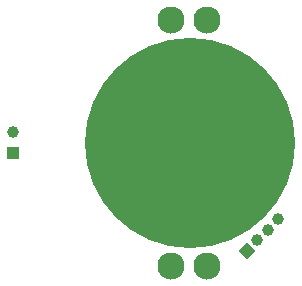
<source format=gbl>
G04 Layer_Physical_Order=2*
G04 Layer_Color=16711680*
%FSLAX25Y25*%
%MOIN*%
G70*
G01*
G75*
%ADD24C,0.09055*%
%ADD25C,0.03961*%
%ADD26R,0.03961X0.03959*%
G04:AMPARAMS|DCode=27|XSize=39.59mil|YSize=39.61mil|CornerRadius=0mil|HoleSize=0mil|Usage=FLASHONLY|Rotation=45.000|XOffset=0mil|YOffset=0mil|HoleType=Round|Shape=Rectangle|*
%AMROTATEDRECTD27*
4,1,4,0.00001,-0.02800,-0.02800,0.00001,-0.00001,0.02800,0.02800,-0.00001,0.00001,-0.02800,0.0*
%
%ADD27ROTATEDRECTD27*%

%ADD28C,0.02700*%
%ADD29C,0.70079*%
D24*
X-6299Y40945D02*
D03*
X5906D02*
D03*
X-6299Y-40945D02*
D03*
X5906D02*
D03*
D25*
X-58815Y3500D02*
D03*
X22535Y-32465D02*
D03*
X29607Y-25393D02*
D03*
X26071Y-28929D02*
D03*
D26*
X-58815Y-3500D02*
D03*
D27*
X19000Y-36000D02*
D03*
D28*
X-33000Y-500D02*
D03*
X-18000Y26500D02*
D03*
X28000Y7500D02*
D03*
X10000D02*
D03*
X-9500Y-9500D02*
D03*
D29*
X0Y0D02*
D03*
M02*

</source>
